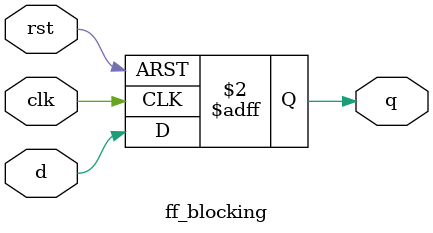
<source format=v>
module ff_blocking(
    input clk,
    input rst,
    input d,
    output reg q);
    always @(posedge clk or posedge rst) begin
        if (rst) begin
            q = 0;        
        end else begin
            q = d;
        end
    end
endmodule

</source>
